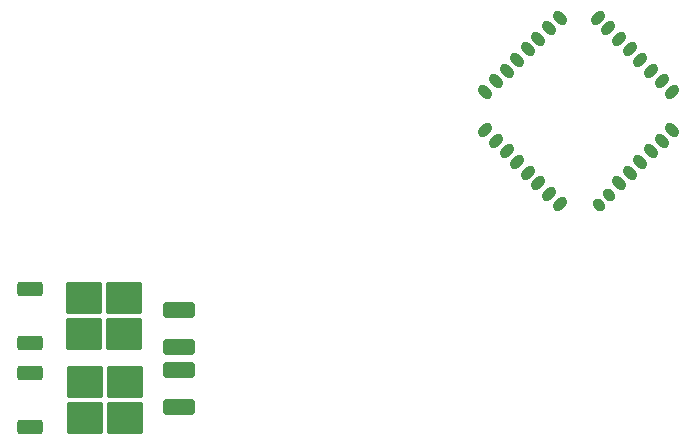
<source format=gbr>
%TF.GenerationSoftware,KiCad,Pcbnew,7.0.11*%
%TF.CreationDate,2025-03-06T22:48:18+09:00*%
%TF.ProjectId,IO,494f2e6b-6963-4616-945f-706362585858,rev?*%
%TF.SameCoordinates,Original*%
%TF.FileFunction,Paste,Bot*%
%TF.FilePolarity,Positive*%
%FSLAX46Y46*%
G04 Gerber Fmt 4.6, Leading zero omitted, Abs format (unit mm)*
G04 Created by KiCad (PCBNEW 7.0.11) date 2025-03-06 22:48:18*
%MOMM*%
%LPD*%
G01*
G04 APERTURE LIST*
G04 Aperture macros list*
%AMRoundRect*
0 Rectangle with rounded corners*
0 $1 Rounding radius*
0 $2 $3 $4 $5 $6 $7 $8 $9 X,Y pos of 4 corners*
0 Add a 4 corners polygon primitive as box body*
4,1,4,$2,$3,$4,$5,$6,$7,$8,$9,$2,$3,0*
0 Add four circle primitives for the rounded corners*
1,1,$1+$1,$2,$3*
1,1,$1+$1,$4,$5*
1,1,$1+$1,$6,$7*
1,1,$1+$1,$8,$9*
0 Add four rect primitives between the rounded corners*
20,1,$1+$1,$2,$3,$4,$5,0*
20,1,$1+$1,$4,$5,$6,$7,0*
20,1,$1+$1,$6,$7,$8,$9,0*
20,1,$1+$1,$8,$9,$2,$3,0*%
%AMHorizOval*
0 Thick line with rounded ends*
0 $1 width*
0 $2 $3 position (X,Y) of the first rounded end (center of the circle)*
0 $4 $5 position (X,Y) of the second rounded end (center of the circle)*
0 Add line between two ends*
20,1,$1,$2,$3,$4,$5,0*
0 Add two circle primitives to create the rounded ends*
1,1,$1,$2,$3*
1,1,$1,$4,$5*%
G04 Aperture macros list end*
%ADD10RoundRect,0.250000X-1.100000X0.412500X-1.100000X-0.412500X1.100000X-0.412500X1.100000X0.412500X0*%
%ADD11RoundRect,0.250000X-0.850000X-0.350000X0.850000X-0.350000X0.850000X0.350000X-0.850000X0.350000X0*%
%ADD12RoundRect,0.250000X-1.275000X-1.125000X1.275000X-1.125000X1.275000X1.125000X-1.275000X1.125000X0*%
%ADD13RoundRect,0.250000X1.100000X-0.412500X1.100000X0.412500X-1.100000X0.412500X-1.100000X-0.412500X0*%
%ADD14HorizOval,0.900000X-0.176777X-0.176777X0.176777X0.176777X0*%
%ADD15HorizOval,0.900000X-0.176777X0.176777X0.176777X-0.176777X0*%
%ADD16HorizOval,0.900000X-0.106066X0.106066X0.106066X-0.106066X0*%
G04 APERTURE END LIST*
D10*
%TO.C,C1*%
X109474000Y-62445500D03*
X109474000Y-65570500D03*
%TD*%
D11*
%TO.C,U2*%
X96824000Y-55632000D03*
X96824000Y-60192000D03*
D12*
X101449000Y-56387000D03*
X101449000Y-59437000D03*
X104799000Y-56387000D03*
X104799000Y-59437000D03*
%TD*%
D13*
%TO.C,C3*%
X109474000Y-60490500D03*
X109474000Y-57365500D03*
%TD*%
D11*
%TO.C,U1*%
X96892000Y-62741500D03*
X96892000Y-67301500D03*
D12*
X101517000Y-63496500D03*
X101517000Y-66546500D03*
X104867000Y-63496500D03*
X104867000Y-66546500D03*
%TD*%
D14*
%TO.C,U3*%
X141700740Y-48449290D03*
X140802715Y-47551264D03*
X139904689Y-46653239D03*
X139006664Y-45755213D03*
X138108638Y-44857187D03*
X137210612Y-43959162D03*
X136312587Y-43061136D03*
X135414561Y-42163111D03*
D15*
X135414561Y-38924561D03*
X136312587Y-38026536D03*
X137210612Y-37128510D03*
X138108638Y-36230485D03*
X139006664Y-35332459D03*
X139904689Y-34434433D03*
X140802715Y-33536408D03*
X141700740Y-32638382D03*
D14*
X144939290Y-32638382D03*
X145837315Y-33536408D03*
X146735341Y-34434433D03*
X147633366Y-35332459D03*
X148531392Y-36230485D03*
X149429418Y-37128510D03*
X150327443Y-38026536D03*
X151225469Y-38924561D03*
D15*
X151225469Y-42163111D03*
X150327443Y-43061136D03*
X149429418Y-43959162D03*
X148531392Y-44857187D03*
X147633366Y-45755213D03*
X146735341Y-46653239D03*
D16*
X145908026Y-47621975D03*
X145010000Y-48520000D03*
%TD*%
M02*

</source>
